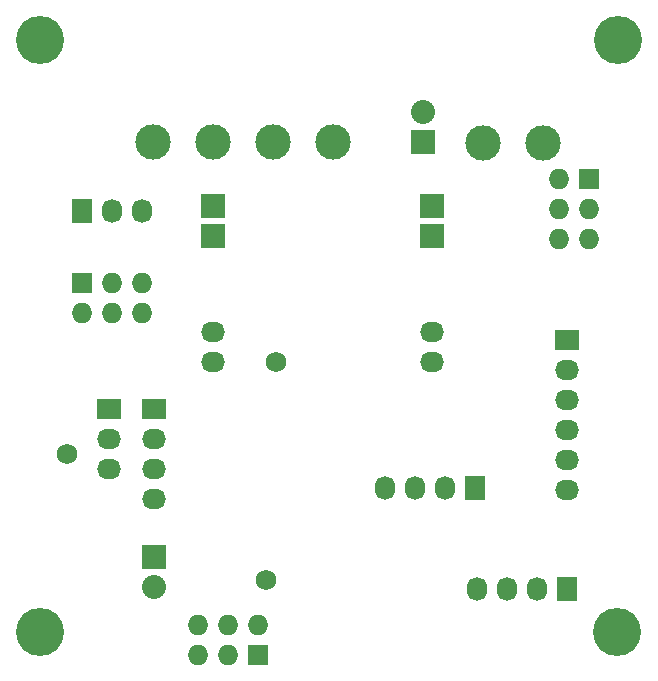
<source format=gbr>
G04 #@! TF.FileFunction,Soldermask,Bot*
%FSLAX46Y46*%
G04 Gerber Fmt 4.6, Leading zero omitted, Abs format (unit mm)*
G04 Created by KiCad (PCBNEW 4.0.2+dfsg1-stable) date Thu 14 Apr 2016 07:40:31 AM EDT*
%MOMM*%
G01*
G04 APERTURE LIST*
%ADD10C,0.100000*%
%ADD11R,2.032000X2.032000*%
%ADD12O,2.032000X2.032000*%
%ADD13R,1.727200X2.032000*%
%ADD14O,1.727200X2.032000*%
%ADD15R,2.032000X1.727200*%
%ADD16O,2.032000X1.727200*%
%ADD17R,1.727200X1.727200*%
%ADD18O,1.727200X1.727200*%
%ADD19C,3.000000*%
%ADD20C,4.064000*%
%ADD21C,1.750000*%
G04 APERTURE END LIST*
D10*
D11*
X13589000Y10414000D03*
D12*
X13589000Y7874000D03*
D13*
X48514000Y7747000D03*
D14*
X45974000Y7747000D03*
X43434000Y7747000D03*
X40894000Y7747000D03*
D15*
X13585968Y22920348D03*
D16*
X13585968Y20380348D03*
X13585968Y17840348D03*
X13585968Y15300348D03*
D15*
X48514000Y28828999D03*
D16*
X48514000Y26288999D03*
X48514000Y23748999D03*
X48514000Y21208999D03*
X48514000Y18668999D03*
X48514000Y16128999D03*
D13*
X7493001Y39751000D03*
D14*
X10033001Y39751000D03*
X12573001Y39751000D03*
D15*
X9779000Y22920348D03*
D16*
X9779000Y20380348D03*
X9779000Y17840348D03*
D13*
X40766999Y16256000D03*
D14*
X38226999Y16256000D03*
X35686999Y16256000D03*
X33146999Y16256000D03*
D17*
X7493000Y33655000D03*
D18*
X7493000Y31115000D03*
X10033000Y33655000D03*
X10033000Y31115000D03*
X12573000Y33655000D03*
X12573000Y31115000D03*
D19*
X23622000Y45593000D03*
X28702000Y45593000D03*
X13462000Y45593000D03*
X18542000Y45593000D03*
D17*
X50419000Y42418000D03*
D18*
X47879000Y42418000D03*
X50419000Y39878000D03*
X47879000Y39878000D03*
X50419000Y37338000D03*
X47879000Y37338000D03*
D17*
X22352000Y2159000D03*
D18*
X22352000Y4699000D03*
X19812000Y2159000D03*
X19812000Y4699000D03*
X17272000Y2159000D03*
X17272000Y4699000D03*
D16*
X18542000Y26924000D03*
X18542000Y29464000D03*
X37084000Y29464000D03*
D11*
X18542000Y40132000D03*
X37084000Y40132000D03*
D16*
X37084000Y26924000D03*
D11*
X18542000Y37592000D03*
X37084000Y37592000D03*
X36322000Y45593000D03*
D12*
X36322000Y48133000D03*
D19*
X41402000Y45466000D03*
X46482000Y45466000D03*
D20*
X3875000Y4089400D03*
X52755800Y4089400D03*
X3875000Y54203000D03*
X52875000Y54203000D03*
D21*
X6175000Y19103000D03*
X23075000Y8503000D03*
X23875000Y26903000D03*
M02*

</source>
